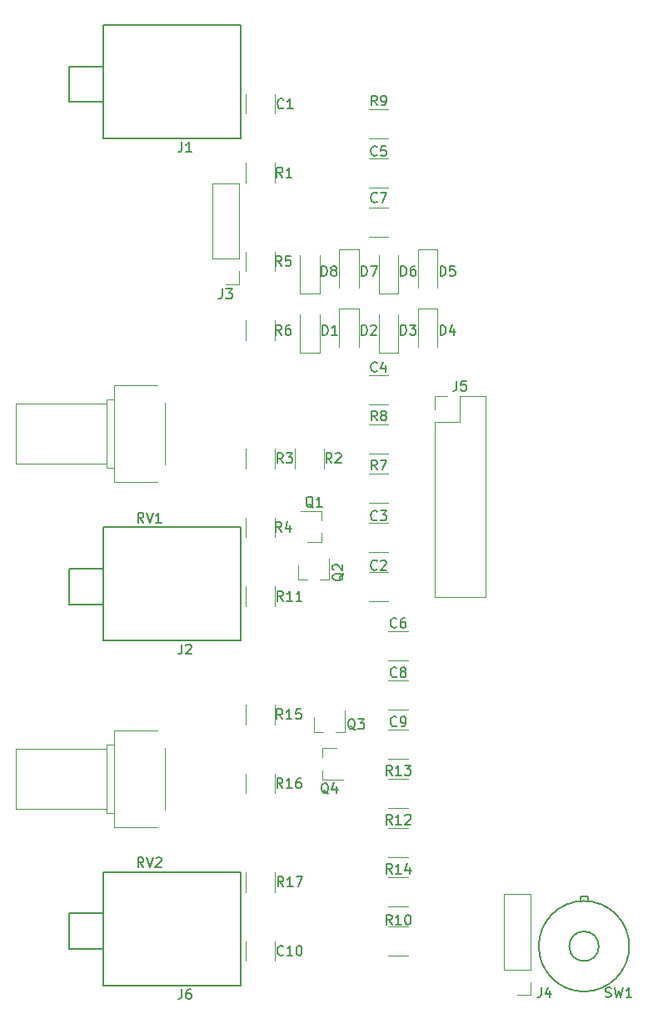
<source format=gbr>
G04 #@! TF.GenerationSoftware,KiCad,Pcbnew,9.0.0*
G04 #@! TF.CreationDate,2025-02-23T15:53:39-07:00*
G04 #@! TF.ProjectId,VCF,5643462e-6b69-4636-9164-5f7063625858,rev?*
G04 #@! TF.SameCoordinates,Original*
G04 #@! TF.FileFunction,Legend,Top*
G04 #@! TF.FilePolarity,Positive*
%FSLAX46Y46*%
G04 Gerber Fmt 4.6, Leading zero omitted, Abs format (unit mm)*
G04 Created by KiCad (PCBNEW 9.0.0) date 2025-02-23 15:53:39*
%MOMM*%
%LPD*%
G01*
G04 APERTURE LIST*
%ADD10C,0.150000*%
%ADD11C,0.120000*%
G04 APERTURE END LIST*
D10*
X18319993Y-9379900D02*
X18272374Y-9427520D01*
X18272374Y-9427520D02*
X18129517Y-9475139D01*
X18129517Y-9475139D02*
X18034279Y-9475139D01*
X18034279Y-9475139D02*
X17891422Y-9427520D01*
X17891422Y-9427520D02*
X17796184Y-9332281D01*
X17796184Y-9332281D02*
X17748565Y-9237043D01*
X17748565Y-9237043D02*
X17700946Y-9046567D01*
X17700946Y-9046567D02*
X17700946Y-8903710D01*
X17700946Y-8903710D02*
X17748565Y-8713234D01*
X17748565Y-8713234D02*
X17796184Y-8617996D01*
X17796184Y-8617996D02*
X17891422Y-8522758D01*
X17891422Y-8522758D02*
X18034279Y-8475139D01*
X18034279Y-8475139D02*
X18129517Y-8475139D01*
X18129517Y-8475139D02*
X18272374Y-8522758D01*
X18272374Y-8522758D02*
X18319993Y-8570377D01*
X19272374Y-9475139D02*
X18700946Y-9475139D01*
X18986660Y-9475139D02*
X18986660Y-8475139D01*
X18986660Y-8475139D02*
X18891422Y-8617996D01*
X18891422Y-8617996D02*
X18796184Y-8713234D01*
X18796184Y-8713234D02*
X18700946Y-8760853D01*
X27830793Y-56223440D02*
X27783174Y-56271060D01*
X27783174Y-56271060D02*
X27640317Y-56318679D01*
X27640317Y-56318679D02*
X27545079Y-56318679D01*
X27545079Y-56318679D02*
X27402222Y-56271060D01*
X27402222Y-56271060D02*
X27306984Y-56175821D01*
X27306984Y-56175821D02*
X27259365Y-56080583D01*
X27259365Y-56080583D02*
X27211746Y-55890107D01*
X27211746Y-55890107D02*
X27211746Y-55747250D01*
X27211746Y-55747250D02*
X27259365Y-55556774D01*
X27259365Y-55556774D02*
X27306984Y-55461536D01*
X27306984Y-55461536D02*
X27402222Y-55366298D01*
X27402222Y-55366298D02*
X27545079Y-55318679D01*
X27545079Y-55318679D02*
X27640317Y-55318679D01*
X27640317Y-55318679D02*
X27783174Y-55366298D01*
X27783174Y-55366298D02*
X27830793Y-55413917D01*
X28211746Y-55413917D02*
X28259365Y-55366298D01*
X28259365Y-55366298D02*
X28354603Y-55318679D01*
X28354603Y-55318679D02*
X28592698Y-55318679D01*
X28592698Y-55318679D02*
X28687936Y-55366298D01*
X28687936Y-55366298D02*
X28735555Y-55413917D01*
X28735555Y-55413917D02*
X28783174Y-55509155D01*
X28783174Y-55509155D02*
X28783174Y-55604393D01*
X28783174Y-55604393D02*
X28735555Y-55747250D01*
X28735555Y-55747250D02*
X28164127Y-56318679D01*
X28164127Y-56318679D02*
X28783174Y-56318679D01*
X27835873Y-51208200D02*
X27788254Y-51255820D01*
X27788254Y-51255820D02*
X27645397Y-51303439D01*
X27645397Y-51303439D02*
X27550159Y-51303439D01*
X27550159Y-51303439D02*
X27407302Y-51255820D01*
X27407302Y-51255820D02*
X27312064Y-51160581D01*
X27312064Y-51160581D02*
X27264445Y-51065343D01*
X27264445Y-51065343D02*
X27216826Y-50874867D01*
X27216826Y-50874867D02*
X27216826Y-50732010D01*
X27216826Y-50732010D02*
X27264445Y-50541534D01*
X27264445Y-50541534D02*
X27312064Y-50446296D01*
X27312064Y-50446296D02*
X27407302Y-50351058D01*
X27407302Y-50351058D02*
X27550159Y-50303439D01*
X27550159Y-50303439D02*
X27645397Y-50303439D01*
X27645397Y-50303439D02*
X27788254Y-50351058D01*
X27788254Y-50351058D02*
X27835873Y-50398677D01*
X28169207Y-50303439D02*
X28788254Y-50303439D01*
X28788254Y-50303439D02*
X28454921Y-50684391D01*
X28454921Y-50684391D02*
X28597778Y-50684391D01*
X28597778Y-50684391D02*
X28693016Y-50732010D01*
X28693016Y-50732010D02*
X28740635Y-50779629D01*
X28740635Y-50779629D02*
X28788254Y-50874867D01*
X28788254Y-50874867D02*
X28788254Y-51112962D01*
X28788254Y-51112962D02*
X28740635Y-51208200D01*
X28740635Y-51208200D02*
X28693016Y-51255820D01*
X28693016Y-51255820D02*
X28597778Y-51303439D01*
X28597778Y-51303439D02*
X28312064Y-51303439D01*
X28312064Y-51303439D02*
X28216826Y-51255820D01*
X28216826Y-51255820D02*
X28169207Y-51208200D01*
X27833333Y-36109580D02*
X27785714Y-36157200D01*
X27785714Y-36157200D02*
X27642857Y-36204819D01*
X27642857Y-36204819D02*
X27547619Y-36204819D01*
X27547619Y-36204819D02*
X27404762Y-36157200D01*
X27404762Y-36157200D02*
X27309524Y-36061961D01*
X27309524Y-36061961D02*
X27261905Y-35966723D01*
X27261905Y-35966723D02*
X27214286Y-35776247D01*
X27214286Y-35776247D02*
X27214286Y-35633390D01*
X27214286Y-35633390D02*
X27261905Y-35442914D01*
X27261905Y-35442914D02*
X27309524Y-35347676D01*
X27309524Y-35347676D02*
X27404762Y-35252438D01*
X27404762Y-35252438D02*
X27547619Y-35204819D01*
X27547619Y-35204819D02*
X27642857Y-35204819D01*
X27642857Y-35204819D02*
X27785714Y-35252438D01*
X27785714Y-35252438D02*
X27833333Y-35300057D01*
X28690476Y-35538152D02*
X28690476Y-36204819D01*
X28452381Y-35157200D02*
X28214286Y-35871485D01*
X28214286Y-35871485D02*
X28833333Y-35871485D01*
X27830793Y-14175180D02*
X27783174Y-14222800D01*
X27783174Y-14222800D02*
X27640317Y-14270419D01*
X27640317Y-14270419D02*
X27545079Y-14270419D01*
X27545079Y-14270419D02*
X27402222Y-14222800D01*
X27402222Y-14222800D02*
X27306984Y-14127561D01*
X27306984Y-14127561D02*
X27259365Y-14032323D01*
X27259365Y-14032323D02*
X27211746Y-13841847D01*
X27211746Y-13841847D02*
X27211746Y-13698990D01*
X27211746Y-13698990D02*
X27259365Y-13508514D01*
X27259365Y-13508514D02*
X27306984Y-13413276D01*
X27306984Y-13413276D02*
X27402222Y-13318038D01*
X27402222Y-13318038D02*
X27545079Y-13270419D01*
X27545079Y-13270419D02*
X27640317Y-13270419D01*
X27640317Y-13270419D02*
X27783174Y-13318038D01*
X27783174Y-13318038D02*
X27830793Y-13365657D01*
X28735555Y-13270419D02*
X28259365Y-13270419D01*
X28259365Y-13270419D02*
X28211746Y-13746609D01*
X28211746Y-13746609D02*
X28259365Y-13698990D01*
X28259365Y-13698990D02*
X28354603Y-13651371D01*
X28354603Y-13651371D02*
X28592698Y-13651371D01*
X28592698Y-13651371D02*
X28687936Y-13698990D01*
X28687936Y-13698990D02*
X28735555Y-13746609D01*
X28735555Y-13746609D02*
X28783174Y-13841847D01*
X28783174Y-13841847D02*
X28783174Y-14079942D01*
X28783174Y-14079942D02*
X28735555Y-14175180D01*
X28735555Y-14175180D02*
X28687936Y-14222800D01*
X28687936Y-14222800D02*
X28592698Y-14270419D01*
X28592698Y-14270419D02*
X28354603Y-14270419D01*
X28354603Y-14270419D02*
X28259365Y-14222800D01*
X28259365Y-14222800D02*
X28211746Y-14175180D01*
X29833333Y-62109580D02*
X29785714Y-62157200D01*
X29785714Y-62157200D02*
X29642857Y-62204819D01*
X29642857Y-62204819D02*
X29547619Y-62204819D01*
X29547619Y-62204819D02*
X29404762Y-62157200D01*
X29404762Y-62157200D02*
X29309524Y-62061961D01*
X29309524Y-62061961D02*
X29261905Y-61966723D01*
X29261905Y-61966723D02*
X29214286Y-61776247D01*
X29214286Y-61776247D02*
X29214286Y-61633390D01*
X29214286Y-61633390D02*
X29261905Y-61442914D01*
X29261905Y-61442914D02*
X29309524Y-61347676D01*
X29309524Y-61347676D02*
X29404762Y-61252438D01*
X29404762Y-61252438D02*
X29547619Y-61204819D01*
X29547619Y-61204819D02*
X29642857Y-61204819D01*
X29642857Y-61204819D02*
X29785714Y-61252438D01*
X29785714Y-61252438D02*
X29833333Y-61300057D01*
X30690476Y-61204819D02*
X30500000Y-61204819D01*
X30500000Y-61204819D02*
X30404762Y-61252438D01*
X30404762Y-61252438D02*
X30357143Y-61300057D01*
X30357143Y-61300057D02*
X30261905Y-61442914D01*
X30261905Y-61442914D02*
X30214286Y-61633390D01*
X30214286Y-61633390D02*
X30214286Y-62014342D01*
X30214286Y-62014342D02*
X30261905Y-62109580D01*
X30261905Y-62109580D02*
X30309524Y-62157200D01*
X30309524Y-62157200D02*
X30404762Y-62204819D01*
X30404762Y-62204819D02*
X30595238Y-62204819D01*
X30595238Y-62204819D02*
X30690476Y-62157200D01*
X30690476Y-62157200D02*
X30738095Y-62109580D01*
X30738095Y-62109580D02*
X30785714Y-62014342D01*
X30785714Y-62014342D02*
X30785714Y-61776247D01*
X30785714Y-61776247D02*
X30738095Y-61681009D01*
X30738095Y-61681009D02*
X30690476Y-61633390D01*
X30690476Y-61633390D02*
X30595238Y-61585771D01*
X30595238Y-61585771D02*
X30404762Y-61585771D01*
X30404762Y-61585771D02*
X30309524Y-61633390D01*
X30309524Y-61633390D02*
X30261905Y-61681009D01*
X30261905Y-61681009D02*
X30214286Y-61776247D01*
X29833333Y-67109580D02*
X29785714Y-67157200D01*
X29785714Y-67157200D02*
X29642857Y-67204819D01*
X29642857Y-67204819D02*
X29547619Y-67204819D01*
X29547619Y-67204819D02*
X29404762Y-67157200D01*
X29404762Y-67157200D02*
X29309524Y-67061961D01*
X29309524Y-67061961D02*
X29261905Y-66966723D01*
X29261905Y-66966723D02*
X29214286Y-66776247D01*
X29214286Y-66776247D02*
X29214286Y-66633390D01*
X29214286Y-66633390D02*
X29261905Y-66442914D01*
X29261905Y-66442914D02*
X29309524Y-66347676D01*
X29309524Y-66347676D02*
X29404762Y-66252438D01*
X29404762Y-66252438D02*
X29547619Y-66204819D01*
X29547619Y-66204819D02*
X29642857Y-66204819D01*
X29642857Y-66204819D02*
X29785714Y-66252438D01*
X29785714Y-66252438D02*
X29833333Y-66300057D01*
X30404762Y-66633390D02*
X30309524Y-66585771D01*
X30309524Y-66585771D02*
X30261905Y-66538152D01*
X30261905Y-66538152D02*
X30214286Y-66442914D01*
X30214286Y-66442914D02*
X30214286Y-66395295D01*
X30214286Y-66395295D02*
X30261905Y-66300057D01*
X30261905Y-66300057D02*
X30309524Y-66252438D01*
X30309524Y-66252438D02*
X30404762Y-66204819D01*
X30404762Y-66204819D02*
X30595238Y-66204819D01*
X30595238Y-66204819D02*
X30690476Y-66252438D01*
X30690476Y-66252438D02*
X30738095Y-66300057D01*
X30738095Y-66300057D02*
X30785714Y-66395295D01*
X30785714Y-66395295D02*
X30785714Y-66442914D01*
X30785714Y-66442914D02*
X30738095Y-66538152D01*
X30738095Y-66538152D02*
X30690476Y-66585771D01*
X30690476Y-66585771D02*
X30595238Y-66633390D01*
X30595238Y-66633390D02*
X30404762Y-66633390D01*
X30404762Y-66633390D02*
X30309524Y-66681009D01*
X30309524Y-66681009D02*
X30261905Y-66728628D01*
X30261905Y-66728628D02*
X30214286Y-66823866D01*
X30214286Y-66823866D02*
X30214286Y-67014342D01*
X30214286Y-67014342D02*
X30261905Y-67109580D01*
X30261905Y-67109580D02*
X30309524Y-67157200D01*
X30309524Y-67157200D02*
X30404762Y-67204819D01*
X30404762Y-67204819D02*
X30595238Y-67204819D01*
X30595238Y-67204819D02*
X30690476Y-67157200D01*
X30690476Y-67157200D02*
X30738095Y-67109580D01*
X30738095Y-67109580D02*
X30785714Y-67014342D01*
X30785714Y-67014342D02*
X30785714Y-66823866D01*
X30785714Y-66823866D02*
X30738095Y-66728628D01*
X30738095Y-66728628D02*
X30690476Y-66681009D01*
X30690476Y-66681009D02*
X30595238Y-66633390D01*
X29833333Y-72109580D02*
X29785714Y-72157200D01*
X29785714Y-72157200D02*
X29642857Y-72204819D01*
X29642857Y-72204819D02*
X29547619Y-72204819D01*
X29547619Y-72204819D02*
X29404762Y-72157200D01*
X29404762Y-72157200D02*
X29309524Y-72061961D01*
X29309524Y-72061961D02*
X29261905Y-71966723D01*
X29261905Y-71966723D02*
X29214286Y-71776247D01*
X29214286Y-71776247D02*
X29214286Y-71633390D01*
X29214286Y-71633390D02*
X29261905Y-71442914D01*
X29261905Y-71442914D02*
X29309524Y-71347676D01*
X29309524Y-71347676D02*
X29404762Y-71252438D01*
X29404762Y-71252438D02*
X29547619Y-71204819D01*
X29547619Y-71204819D02*
X29642857Y-71204819D01*
X29642857Y-71204819D02*
X29785714Y-71252438D01*
X29785714Y-71252438D02*
X29833333Y-71300057D01*
X30309524Y-72204819D02*
X30500000Y-72204819D01*
X30500000Y-72204819D02*
X30595238Y-72157200D01*
X30595238Y-72157200D02*
X30642857Y-72109580D01*
X30642857Y-72109580D02*
X30738095Y-71966723D01*
X30738095Y-71966723D02*
X30785714Y-71776247D01*
X30785714Y-71776247D02*
X30785714Y-71395295D01*
X30785714Y-71395295D02*
X30738095Y-71300057D01*
X30738095Y-71300057D02*
X30690476Y-71252438D01*
X30690476Y-71252438D02*
X30595238Y-71204819D01*
X30595238Y-71204819D02*
X30404762Y-71204819D01*
X30404762Y-71204819D02*
X30309524Y-71252438D01*
X30309524Y-71252438D02*
X30261905Y-71300057D01*
X30261905Y-71300057D02*
X30214286Y-71395295D01*
X30214286Y-71395295D02*
X30214286Y-71633390D01*
X30214286Y-71633390D02*
X30261905Y-71728628D01*
X30261905Y-71728628D02*
X30309524Y-71776247D01*
X30309524Y-71776247D02*
X30404762Y-71823866D01*
X30404762Y-71823866D02*
X30595238Y-71823866D01*
X30595238Y-71823866D02*
X30690476Y-71776247D01*
X30690476Y-71776247D02*
X30738095Y-71728628D01*
X30738095Y-71728628D02*
X30785714Y-71633390D01*
X18298462Y-95367200D02*
X18250843Y-95414820D01*
X18250843Y-95414820D02*
X18107986Y-95462439D01*
X18107986Y-95462439D02*
X18012748Y-95462439D01*
X18012748Y-95462439D02*
X17869891Y-95414820D01*
X17869891Y-95414820D02*
X17774653Y-95319581D01*
X17774653Y-95319581D02*
X17727034Y-95224343D01*
X17727034Y-95224343D02*
X17679415Y-95033867D01*
X17679415Y-95033867D02*
X17679415Y-94891010D01*
X17679415Y-94891010D02*
X17727034Y-94700534D01*
X17727034Y-94700534D02*
X17774653Y-94605296D01*
X17774653Y-94605296D02*
X17869891Y-94510058D01*
X17869891Y-94510058D02*
X18012748Y-94462439D01*
X18012748Y-94462439D02*
X18107986Y-94462439D01*
X18107986Y-94462439D02*
X18250843Y-94510058D01*
X18250843Y-94510058D02*
X18298462Y-94557677D01*
X19250843Y-95462439D02*
X18679415Y-95462439D01*
X18965129Y-95462439D02*
X18965129Y-94462439D01*
X18965129Y-94462439D02*
X18869891Y-94605296D01*
X18869891Y-94605296D02*
X18774653Y-94700534D01*
X18774653Y-94700534D02*
X18679415Y-94748153D01*
X19869891Y-94462439D02*
X19965129Y-94462439D01*
X19965129Y-94462439D02*
X20060367Y-94510058D01*
X20060367Y-94510058D02*
X20107986Y-94557677D01*
X20107986Y-94557677D02*
X20155605Y-94652915D01*
X20155605Y-94652915D02*
X20203224Y-94843391D01*
X20203224Y-94843391D02*
X20203224Y-95081486D01*
X20203224Y-95081486D02*
X20155605Y-95271962D01*
X20155605Y-95271962D02*
X20107986Y-95367200D01*
X20107986Y-95367200D02*
X20060367Y-95414820D01*
X20060367Y-95414820D02*
X19965129Y-95462439D01*
X19965129Y-95462439D02*
X19869891Y-95462439D01*
X19869891Y-95462439D02*
X19774653Y-95414820D01*
X19774653Y-95414820D02*
X19727034Y-95367200D01*
X19727034Y-95367200D02*
X19679415Y-95271962D01*
X19679415Y-95271962D02*
X19631796Y-95081486D01*
X19631796Y-95081486D02*
X19631796Y-94843391D01*
X19631796Y-94843391D02*
X19679415Y-94652915D01*
X19679415Y-94652915D02*
X19727034Y-94557677D01*
X19727034Y-94557677D02*
X19774653Y-94510058D01*
X19774653Y-94510058D02*
X19869891Y-94462439D01*
X22268505Y-32459899D02*
X22268505Y-31459899D01*
X22268505Y-31459899D02*
X22506600Y-31459899D01*
X22506600Y-31459899D02*
X22649457Y-31507518D01*
X22649457Y-31507518D02*
X22744695Y-31602756D01*
X22744695Y-31602756D02*
X22792314Y-31697994D01*
X22792314Y-31697994D02*
X22839933Y-31888470D01*
X22839933Y-31888470D02*
X22839933Y-32031327D01*
X22839933Y-32031327D02*
X22792314Y-32221803D01*
X22792314Y-32221803D02*
X22744695Y-32317041D01*
X22744695Y-32317041D02*
X22649457Y-32412280D01*
X22649457Y-32412280D02*
X22506600Y-32459899D01*
X22506600Y-32459899D02*
X22268505Y-32459899D01*
X23792314Y-32459899D02*
X23220886Y-32459899D01*
X23506600Y-32459899D02*
X23506600Y-31459899D01*
X23506600Y-31459899D02*
X23411362Y-31602756D01*
X23411362Y-31602756D02*
X23316124Y-31697994D01*
X23316124Y-31697994D02*
X23220886Y-31745613D01*
X26261905Y-32454819D02*
X26261905Y-31454819D01*
X26261905Y-31454819D02*
X26500000Y-31454819D01*
X26500000Y-31454819D02*
X26642857Y-31502438D01*
X26642857Y-31502438D02*
X26738095Y-31597676D01*
X26738095Y-31597676D02*
X26785714Y-31692914D01*
X26785714Y-31692914D02*
X26833333Y-31883390D01*
X26833333Y-31883390D02*
X26833333Y-32026247D01*
X26833333Y-32026247D02*
X26785714Y-32216723D01*
X26785714Y-32216723D02*
X26738095Y-32311961D01*
X26738095Y-32311961D02*
X26642857Y-32407200D01*
X26642857Y-32407200D02*
X26500000Y-32454819D01*
X26500000Y-32454819D02*
X26261905Y-32454819D01*
X27214286Y-31550057D02*
X27261905Y-31502438D01*
X27261905Y-31502438D02*
X27357143Y-31454819D01*
X27357143Y-31454819D02*
X27595238Y-31454819D01*
X27595238Y-31454819D02*
X27690476Y-31502438D01*
X27690476Y-31502438D02*
X27738095Y-31550057D01*
X27738095Y-31550057D02*
X27785714Y-31645295D01*
X27785714Y-31645295D02*
X27785714Y-31740533D01*
X27785714Y-31740533D02*
X27738095Y-31883390D01*
X27738095Y-31883390D02*
X27166667Y-32454819D01*
X27166667Y-32454819D02*
X27785714Y-32454819D01*
X30258345Y-32452279D02*
X30258345Y-31452279D01*
X30258345Y-31452279D02*
X30496440Y-31452279D01*
X30496440Y-31452279D02*
X30639297Y-31499898D01*
X30639297Y-31499898D02*
X30734535Y-31595136D01*
X30734535Y-31595136D02*
X30782154Y-31690374D01*
X30782154Y-31690374D02*
X30829773Y-31880850D01*
X30829773Y-31880850D02*
X30829773Y-32023707D01*
X30829773Y-32023707D02*
X30782154Y-32214183D01*
X30782154Y-32214183D02*
X30734535Y-32309421D01*
X30734535Y-32309421D02*
X30639297Y-32404660D01*
X30639297Y-32404660D02*
X30496440Y-32452279D01*
X30496440Y-32452279D02*
X30258345Y-32452279D01*
X31163107Y-31452279D02*
X31782154Y-31452279D01*
X31782154Y-31452279D02*
X31448821Y-31833231D01*
X31448821Y-31833231D02*
X31591678Y-31833231D01*
X31591678Y-31833231D02*
X31686916Y-31880850D01*
X31686916Y-31880850D02*
X31734535Y-31928469D01*
X31734535Y-31928469D02*
X31782154Y-32023707D01*
X31782154Y-32023707D02*
X31782154Y-32261802D01*
X31782154Y-32261802D02*
X31734535Y-32357040D01*
X31734535Y-32357040D02*
X31686916Y-32404660D01*
X31686916Y-32404660D02*
X31591678Y-32452279D01*
X31591678Y-32452279D02*
X31305964Y-32452279D01*
X31305964Y-32452279D02*
X31210726Y-32404660D01*
X31210726Y-32404660D02*
X31163107Y-32357040D01*
X34261905Y-32454819D02*
X34261905Y-31454819D01*
X34261905Y-31454819D02*
X34500000Y-31454819D01*
X34500000Y-31454819D02*
X34642857Y-31502438D01*
X34642857Y-31502438D02*
X34738095Y-31597676D01*
X34738095Y-31597676D02*
X34785714Y-31692914D01*
X34785714Y-31692914D02*
X34833333Y-31883390D01*
X34833333Y-31883390D02*
X34833333Y-32026247D01*
X34833333Y-32026247D02*
X34785714Y-32216723D01*
X34785714Y-32216723D02*
X34738095Y-32311961D01*
X34738095Y-32311961D02*
X34642857Y-32407200D01*
X34642857Y-32407200D02*
X34500000Y-32454819D01*
X34500000Y-32454819D02*
X34261905Y-32454819D01*
X35690476Y-31788152D02*
X35690476Y-32454819D01*
X35452381Y-31407200D02*
X35214286Y-32121485D01*
X35214286Y-32121485D02*
X35833333Y-32121485D01*
X34261905Y-26454819D02*
X34261905Y-25454819D01*
X34261905Y-25454819D02*
X34500000Y-25454819D01*
X34500000Y-25454819D02*
X34642857Y-25502438D01*
X34642857Y-25502438D02*
X34738095Y-25597676D01*
X34738095Y-25597676D02*
X34785714Y-25692914D01*
X34785714Y-25692914D02*
X34833333Y-25883390D01*
X34833333Y-25883390D02*
X34833333Y-26026247D01*
X34833333Y-26026247D02*
X34785714Y-26216723D01*
X34785714Y-26216723D02*
X34738095Y-26311961D01*
X34738095Y-26311961D02*
X34642857Y-26407200D01*
X34642857Y-26407200D02*
X34500000Y-26454819D01*
X34500000Y-26454819D02*
X34261905Y-26454819D01*
X35738095Y-25454819D02*
X35261905Y-25454819D01*
X35261905Y-25454819D02*
X35214286Y-25931009D01*
X35214286Y-25931009D02*
X35261905Y-25883390D01*
X35261905Y-25883390D02*
X35357143Y-25835771D01*
X35357143Y-25835771D02*
X35595238Y-25835771D01*
X35595238Y-25835771D02*
X35690476Y-25883390D01*
X35690476Y-25883390D02*
X35738095Y-25931009D01*
X35738095Y-25931009D02*
X35785714Y-26026247D01*
X35785714Y-26026247D02*
X35785714Y-26264342D01*
X35785714Y-26264342D02*
X35738095Y-26359580D01*
X35738095Y-26359580D02*
X35690476Y-26407200D01*
X35690476Y-26407200D02*
X35595238Y-26454819D01*
X35595238Y-26454819D02*
X35357143Y-26454819D01*
X35357143Y-26454819D02*
X35261905Y-26407200D01*
X35261905Y-26407200D02*
X35214286Y-26359580D01*
X30263425Y-26457359D02*
X30263425Y-25457359D01*
X30263425Y-25457359D02*
X30501520Y-25457359D01*
X30501520Y-25457359D02*
X30644377Y-25504978D01*
X30644377Y-25504978D02*
X30739615Y-25600216D01*
X30739615Y-25600216D02*
X30787234Y-25695454D01*
X30787234Y-25695454D02*
X30834853Y-25885930D01*
X30834853Y-25885930D02*
X30834853Y-26028787D01*
X30834853Y-26028787D02*
X30787234Y-26219263D01*
X30787234Y-26219263D02*
X30739615Y-26314501D01*
X30739615Y-26314501D02*
X30644377Y-26409740D01*
X30644377Y-26409740D02*
X30501520Y-26457359D01*
X30501520Y-26457359D02*
X30263425Y-26457359D01*
X31691996Y-25457359D02*
X31501520Y-25457359D01*
X31501520Y-25457359D02*
X31406282Y-25504978D01*
X31406282Y-25504978D02*
X31358663Y-25552597D01*
X31358663Y-25552597D02*
X31263425Y-25695454D01*
X31263425Y-25695454D02*
X31215806Y-25885930D01*
X31215806Y-25885930D02*
X31215806Y-26266882D01*
X31215806Y-26266882D02*
X31263425Y-26362120D01*
X31263425Y-26362120D02*
X31311044Y-26409740D01*
X31311044Y-26409740D02*
X31406282Y-26457359D01*
X31406282Y-26457359D02*
X31596758Y-26457359D01*
X31596758Y-26457359D02*
X31691996Y-26409740D01*
X31691996Y-26409740D02*
X31739615Y-26362120D01*
X31739615Y-26362120D02*
X31787234Y-26266882D01*
X31787234Y-26266882D02*
X31787234Y-26028787D01*
X31787234Y-26028787D02*
X31739615Y-25933549D01*
X31739615Y-25933549D02*
X31691996Y-25885930D01*
X31691996Y-25885930D02*
X31596758Y-25838311D01*
X31596758Y-25838311D02*
X31406282Y-25838311D01*
X31406282Y-25838311D02*
X31311044Y-25885930D01*
X31311044Y-25885930D02*
X31263425Y-25933549D01*
X31263425Y-25933549D02*
X31215806Y-26028787D01*
X26261905Y-26454819D02*
X26261905Y-25454819D01*
X26261905Y-25454819D02*
X26500000Y-25454819D01*
X26500000Y-25454819D02*
X26642857Y-25502438D01*
X26642857Y-25502438D02*
X26738095Y-25597676D01*
X26738095Y-25597676D02*
X26785714Y-25692914D01*
X26785714Y-25692914D02*
X26833333Y-25883390D01*
X26833333Y-25883390D02*
X26833333Y-26026247D01*
X26833333Y-26026247D02*
X26785714Y-26216723D01*
X26785714Y-26216723D02*
X26738095Y-26311961D01*
X26738095Y-26311961D02*
X26642857Y-26407200D01*
X26642857Y-26407200D02*
X26500000Y-26454819D01*
X26500000Y-26454819D02*
X26261905Y-26454819D01*
X27166667Y-25454819D02*
X27833333Y-25454819D01*
X27833333Y-25454819D02*
X27404762Y-26454819D01*
X22202465Y-26454819D02*
X22202465Y-25454819D01*
X22202465Y-25454819D02*
X22440560Y-25454819D01*
X22440560Y-25454819D02*
X22583417Y-25502438D01*
X22583417Y-25502438D02*
X22678655Y-25597676D01*
X22678655Y-25597676D02*
X22726274Y-25692914D01*
X22726274Y-25692914D02*
X22773893Y-25883390D01*
X22773893Y-25883390D02*
X22773893Y-26026247D01*
X22773893Y-26026247D02*
X22726274Y-26216723D01*
X22726274Y-26216723D02*
X22678655Y-26311961D01*
X22678655Y-26311961D02*
X22583417Y-26407200D01*
X22583417Y-26407200D02*
X22440560Y-26454819D01*
X22440560Y-26454819D02*
X22202465Y-26454819D01*
X23345322Y-25883390D02*
X23250084Y-25835771D01*
X23250084Y-25835771D02*
X23202465Y-25788152D01*
X23202465Y-25788152D02*
X23154846Y-25692914D01*
X23154846Y-25692914D02*
X23154846Y-25645295D01*
X23154846Y-25645295D02*
X23202465Y-25550057D01*
X23202465Y-25550057D02*
X23250084Y-25502438D01*
X23250084Y-25502438D02*
X23345322Y-25454819D01*
X23345322Y-25454819D02*
X23535798Y-25454819D01*
X23535798Y-25454819D02*
X23631036Y-25502438D01*
X23631036Y-25502438D02*
X23678655Y-25550057D01*
X23678655Y-25550057D02*
X23726274Y-25645295D01*
X23726274Y-25645295D02*
X23726274Y-25692914D01*
X23726274Y-25692914D02*
X23678655Y-25788152D01*
X23678655Y-25788152D02*
X23631036Y-25835771D01*
X23631036Y-25835771D02*
X23535798Y-25883390D01*
X23535798Y-25883390D02*
X23345322Y-25883390D01*
X23345322Y-25883390D02*
X23250084Y-25931009D01*
X23250084Y-25931009D02*
X23202465Y-25978628D01*
X23202465Y-25978628D02*
X23154846Y-26073866D01*
X23154846Y-26073866D02*
X23154846Y-26264342D01*
X23154846Y-26264342D02*
X23202465Y-26359580D01*
X23202465Y-26359580D02*
X23250084Y-26407200D01*
X23250084Y-26407200D02*
X23345322Y-26454819D01*
X23345322Y-26454819D02*
X23535798Y-26454819D01*
X23535798Y-26454819D02*
X23631036Y-26407200D01*
X23631036Y-26407200D02*
X23678655Y-26359580D01*
X23678655Y-26359580D02*
X23726274Y-26264342D01*
X23726274Y-26264342D02*
X23726274Y-26073866D01*
X23726274Y-26073866D02*
X23678655Y-25978628D01*
X23678655Y-25978628D02*
X23631036Y-25931009D01*
X23631036Y-25931009D02*
X23535798Y-25883390D01*
X7985166Y-12868319D02*
X7985166Y-13582604D01*
X7985166Y-13582604D02*
X7937547Y-13725461D01*
X7937547Y-13725461D02*
X7842309Y-13820700D01*
X7842309Y-13820700D02*
X7699452Y-13868319D01*
X7699452Y-13868319D02*
X7604214Y-13868319D01*
X8985166Y-13868319D02*
X8413738Y-13868319D01*
X8699452Y-13868319D02*
X8699452Y-12868319D01*
X8699452Y-12868319D02*
X8604214Y-13011176D01*
X8604214Y-13011176D02*
X8508976Y-13106414D01*
X8508976Y-13106414D02*
X8413738Y-13154033D01*
X7985166Y-63868319D02*
X7985166Y-64582604D01*
X7985166Y-64582604D02*
X7937547Y-64725461D01*
X7937547Y-64725461D02*
X7842309Y-64820700D01*
X7842309Y-64820700D02*
X7699452Y-64868319D01*
X7699452Y-64868319D02*
X7604214Y-64868319D01*
X8413738Y-63963557D02*
X8461357Y-63915938D01*
X8461357Y-63915938D02*
X8556595Y-63868319D01*
X8556595Y-63868319D02*
X8794690Y-63868319D01*
X8794690Y-63868319D02*
X8889928Y-63915938D01*
X8889928Y-63915938D02*
X8937547Y-63963557D01*
X8937547Y-63963557D02*
X8985166Y-64058795D01*
X8985166Y-64058795D02*
X8985166Y-64154033D01*
X8985166Y-64154033D02*
X8937547Y-64296890D01*
X8937547Y-64296890D02*
X8366119Y-64868319D01*
X8366119Y-64868319D02*
X8985166Y-64868319D01*
X12106666Y-27784819D02*
X12106666Y-28499104D01*
X12106666Y-28499104D02*
X12059047Y-28641961D01*
X12059047Y-28641961D02*
X11963809Y-28737200D01*
X11963809Y-28737200D02*
X11820952Y-28784819D01*
X11820952Y-28784819D02*
X11725714Y-28784819D01*
X12487619Y-27784819D02*
X13106666Y-27784819D01*
X13106666Y-27784819D02*
X12773333Y-28165771D01*
X12773333Y-28165771D02*
X12916190Y-28165771D01*
X12916190Y-28165771D02*
X13011428Y-28213390D01*
X13011428Y-28213390D02*
X13059047Y-28261009D01*
X13059047Y-28261009D02*
X13106666Y-28356247D01*
X13106666Y-28356247D02*
X13106666Y-28594342D01*
X13106666Y-28594342D02*
X13059047Y-28689580D01*
X13059047Y-28689580D02*
X13011428Y-28737200D01*
X13011428Y-28737200D02*
X12916190Y-28784819D01*
X12916190Y-28784819D02*
X12630476Y-28784819D01*
X12630476Y-28784819D02*
X12535238Y-28737200D01*
X12535238Y-28737200D02*
X12487619Y-28689580D01*
X44517986Y-98718019D02*
X44517986Y-99432304D01*
X44517986Y-99432304D02*
X44470367Y-99575161D01*
X44470367Y-99575161D02*
X44375129Y-99670400D01*
X44375129Y-99670400D02*
X44232272Y-99718019D01*
X44232272Y-99718019D02*
X44137034Y-99718019D01*
X45422748Y-99051352D02*
X45422748Y-99718019D01*
X45184653Y-98670400D02*
X44946558Y-99384685D01*
X44946558Y-99384685D02*
X45565605Y-99384685D01*
X35936666Y-37124819D02*
X35936666Y-37839104D01*
X35936666Y-37839104D02*
X35889047Y-37981961D01*
X35889047Y-37981961D02*
X35793809Y-38077200D01*
X35793809Y-38077200D02*
X35650952Y-38124819D01*
X35650952Y-38124819D02*
X35555714Y-38124819D01*
X36889047Y-37124819D02*
X36412857Y-37124819D01*
X36412857Y-37124819D02*
X36365238Y-37601009D01*
X36365238Y-37601009D02*
X36412857Y-37553390D01*
X36412857Y-37553390D02*
X36508095Y-37505771D01*
X36508095Y-37505771D02*
X36746190Y-37505771D01*
X36746190Y-37505771D02*
X36841428Y-37553390D01*
X36841428Y-37553390D02*
X36889047Y-37601009D01*
X36889047Y-37601009D02*
X36936666Y-37696247D01*
X36936666Y-37696247D02*
X36936666Y-37934342D01*
X36936666Y-37934342D02*
X36889047Y-38029580D01*
X36889047Y-38029580D02*
X36841428Y-38077200D01*
X36841428Y-38077200D02*
X36746190Y-38124819D01*
X36746190Y-38124819D02*
X36508095Y-38124819D01*
X36508095Y-38124819D02*
X36412857Y-38077200D01*
X36412857Y-38077200D02*
X36365238Y-38029580D01*
X7985166Y-98868319D02*
X7985166Y-99582604D01*
X7985166Y-99582604D02*
X7937547Y-99725461D01*
X7937547Y-99725461D02*
X7842309Y-99820700D01*
X7842309Y-99820700D02*
X7699452Y-99868319D01*
X7699452Y-99868319D02*
X7604214Y-99868319D01*
X8889928Y-98868319D02*
X8699452Y-98868319D01*
X8699452Y-98868319D02*
X8604214Y-98915938D01*
X8604214Y-98915938D02*
X8556595Y-98963557D01*
X8556595Y-98963557D02*
X8461357Y-99106414D01*
X8461357Y-99106414D02*
X8413738Y-99296890D01*
X8413738Y-99296890D02*
X8413738Y-99677842D01*
X8413738Y-99677842D02*
X8461357Y-99773080D01*
X8461357Y-99773080D02*
X8508976Y-99820700D01*
X8508976Y-99820700D02*
X8604214Y-99868319D01*
X8604214Y-99868319D02*
X8794690Y-99868319D01*
X8794690Y-99868319D02*
X8889928Y-99820700D01*
X8889928Y-99820700D02*
X8937547Y-99773080D01*
X8937547Y-99773080D02*
X8985166Y-99677842D01*
X8985166Y-99677842D02*
X8985166Y-99439747D01*
X8985166Y-99439747D02*
X8937547Y-99344509D01*
X8937547Y-99344509D02*
X8889928Y-99296890D01*
X8889928Y-99296890D02*
X8794690Y-99249271D01*
X8794690Y-99249271D02*
X8604214Y-99249271D01*
X8604214Y-99249271D02*
X8508976Y-99296890D01*
X8508976Y-99296890D02*
X8461357Y-99344509D01*
X8461357Y-99344509D02*
X8413738Y-99439747D01*
X21344901Y-49985437D02*
X21249663Y-49937818D01*
X21249663Y-49937818D02*
X21154425Y-49842580D01*
X21154425Y-49842580D02*
X21011568Y-49699722D01*
X21011568Y-49699722D02*
X20916330Y-49652103D01*
X20916330Y-49652103D02*
X20821092Y-49652103D01*
X20868711Y-49890199D02*
X20773473Y-49842580D01*
X20773473Y-49842580D02*
X20678235Y-49747341D01*
X20678235Y-49747341D02*
X20630616Y-49556865D01*
X20630616Y-49556865D02*
X20630616Y-49223532D01*
X20630616Y-49223532D02*
X20678235Y-49033056D01*
X20678235Y-49033056D02*
X20773473Y-48937818D01*
X20773473Y-48937818D02*
X20868711Y-48890199D01*
X20868711Y-48890199D02*
X21059187Y-48890199D01*
X21059187Y-48890199D02*
X21154425Y-48937818D01*
X21154425Y-48937818D02*
X21249663Y-49033056D01*
X21249663Y-49033056D02*
X21297282Y-49223532D01*
X21297282Y-49223532D02*
X21297282Y-49556865D01*
X21297282Y-49556865D02*
X21249663Y-49747341D01*
X21249663Y-49747341D02*
X21154425Y-49842580D01*
X21154425Y-49842580D02*
X21059187Y-49890199D01*
X21059187Y-49890199D02*
X20868711Y-49890199D01*
X22249663Y-49890199D02*
X21678235Y-49890199D01*
X21963949Y-49890199D02*
X21963949Y-48890199D01*
X21963949Y-48890199D02*
X21868711Y-49033056D01*
X21868711Y-49033056D02*
X21773473Y-49128294D01*
X21773473Y-49128294D02*
X21678235Y-49175913D01*
X24426697Y-56648338D02*
X24379078Y-56743576D01*
X24379078Y-56743576D02*
X24283840Y-56838814D01*
X24283840Y-56838814D02*
X24140982Y-56981671D01*
X24140982Y-56981671D02*
X24093363Y-57076909D01*
X24093363Y-57076909D02*
X24093363Y-57172147D01*
X24331459Y-57124528D02*
X24283840Y-57219766D01*
X24283840Y-57219766D02*
X24188601Y-57315004D01*
X24188601Y-57315004D02*
X23998125Y-57362623D01*
X23998125Y-57362623D02*
X23664792Y-57362623D01*
X23664792Y-57362623D02*
X23474316Y-57315004D01*
X23474316Y-57315004D02*
X23379078Y-57219766D01*
X23379078Y-57219766D02*
X23331459Y-57124528D01*
X23331459Y-57124528D02*
X23331459Y-56934052D01*
X23331459Y-56934052D02*
X23379078Y-56838814D01*
X23379078Y-56838814D02*
X23474316Y-56743576D01*
X23474316Y-56743576D02*
X23664792Y-56695957D01*
X23664792Y-56695957D02*
X23998125Y-56695957D01*
X23998125Y-56695957D02*
X24188601Y-56743576D01*
X24188601Y-56743576D02*
X24283840Y-56838814D01*
X24283840Y-56838814D02*
X24331459Y-56934052D01*
X24331459Y-56934052D02*
X24331459Y-57124528D01*
X23426697Y-56315004D02*
X23379078Y-56267385D01*
X23379078Y-56267385D02*
X23331459Y-56172147D01*
X23331459Y-56172147D02*
X23331459Y-55934052D01*
X23331459Y-55934052D02*
X23379078Y-55838814D01*
X23379078Y-55838814D02*
X23426697Y-55791195D01*
X23426697Y-55791195D02*
X23521935Y-55743576D01*
X23521935Y-55743576D02*
X23617173Y-55743576D01*
X23617173Y-55743576D02*
X23760030Y-55791195D01*
X23760030Y-55791195D02*
X24331459Y-56362623D01*
X24331459Y-56362623D02*
X24331459Y-55743576D01*
X25624801Y-72548897D02*
X25529563Y-72501278D01*
X25529563Y-72501278D02*
X25434325Y-72406040D01*
X25434325Y-72406040D02*
X25291468Y-72263182D01*
X25291468Y-72263182D02*
X25196230Y-72215563D01*
X25196230Y-72215563D02*
X25100992Y-72215563D01*
X25148611Y-72453659D02*
X25053373Y-72406040D01*
X25053373Y-72406040D02*
X24958135Y-72310801D01*
X24958135Y-72310801D02*
X24910516Y-72120325D01*
X24910516Y-72120325D02*
X24910516Y-71786992D01*
X24910516Y-71786992D02*
X24958135Y-71596516D01*
X24958135Y-71596516D02*
X25053373Y-71501278D01*
X25053373Y-71501278D02*
X25148611Y-71453659D01*
X25148611Y-71453659D02*
X25339087Y-71453659D01*
X25339087Y-71453659D02*
X25434325Y-71501278D01*
X25434325Y-71501278D02*
X25529563Y-71596516D01*
X25529563Y-71596516D02*
X25577182Y-71786992D01*
X25577182Y-71786992D02*
X25577182Y-72120325D01*
X25577182Y-72120325D02*
X25529563Y-72310801D01*
X25529563Y-72310801D02*
X25434325Y-72406040D01*
X25434325Y-72406040D02*
X25339087Y-72453659D01*
X25339087Y-72453659D02*
X25148611Y-72453659D01*
X25910516Y-71453659D02*
X26529563Y-71453659D01*
X26529563Y-71453659D02*
X26196230Y-71834611D01*
X26196230Y-71834611D02*
X26339087Y-71834611D01*
X26339087Y-71834611D02*
X26434325Y-71882230D01*
X26434325Y-71882230D02*
X26481944Y-71929849D01*
X26481944Y-71929849D02*
X26529563Y-72025087D01*
X26529563Y-72025087D02*
X26529563Y-72263182D01*
X26529563Y-72263182D02*
X26481944Y-72358420D01*
X26481944Y-72358420D02*
X26434325Y-72406040D01*
X26434325Y-72406040D02*
X26339087Y-72453659D01*
X26339087Y-72453659D02*
X26053373Y-72453659D01*
X26053373Y-72453659D02*
X25958135Y-72406040D01*
X25958135Y-72406040D02*
X25910516Y-72358420D01*
X22904761Y-79050057D02*
X22809523Y-79002438D01*
X22809523Y-79002438D02*
X22714285Y-78907200D01*
X22714285Y-78907200D02*
X22571428Y-78764342D01*
X22571428Y-78764342D02*
X22476190Y-78716723D01*
X22476190Y-78716723D02*
X22380952Y-78716723D01*
X22428571Y-78954819D02*
X22333333Y-78907200D01*
X22333333Y-78907200D02*
X22238095Y-78811961D01*
X22238095Y-78811961D02*
X22190476Y-78621485D01*
X22190476Y-78621485D02*
X22190476Y-78288152D01*
X22190476Y-78288152D02*
X22238095Y-78097676D01*
X22238095Y-78097676D02*
X22333333Y-78002438D01*
X22333333Y-78002438D02*
X22428571Y-77954819D01*
X22428571Y-77954819D02*
X22619047Y-77954819D01*
X22619047Y-77954819D02*
X22714285Y-78002438D01*
X22714285Y-78002438D02*
X22809523Y-78097676D01*
X22809523Y-78097676D02*
X22857142Y-78288152D01*
X22857142Y-78288152D02*
X22857142Y-78621485D01*
X22857142Y-78621485D02*
X22809523Y-78811961D01*
X22809523Y-78811961D02*
X22714285Y-78907200D01*
X22714285Y-78907200D02*
X22619047Y-78954819D01*
X22619047Y-78954819D02*
X22428571Y-78954819D01*
X23714285Y-78288152D02*
X23714285Y-78954819D01*
X23476190Y-77907200D02*
X23238095Y-78621485D01*
X23238095Y-78621485D02*
X23857142Y-78621485D01*
X23233633Y-45452279D02*
X22900300Y-44976088D01*
X22662205Y-45452279D02*
X22662205Y-44452279D01*
X22662205Y-44452279D02*
X23043157Y-44452279D01*
X23043157Y-44452279D02*
X23138395Y-44499898D01*
X23138395Y-44499898D02*
X23186014Y-44547517D01*
X23186014Y-44547517D02*
X23233633Y-44642755D01*
X23233633Y-44642755D02*
X23233633Y-44785612D01*
X23233633Y-44785612D02*
X23186014Y-44880850D01*
X23186014Y-44880850D02*
X23138395Y-44928469D01*
X23138395Y-44928469D02*
X23043157Y-44976088D01*
X23043157Y-44976088D02*
X22662205Y-44976088D01*
X23614586Y-44547517D02*
X23662205Y-44499898D01*
X23662205Y-44499898D02*
X23757443Y-44452279D01*
X23757443Y-44452279D02*
X23995538Y-44452279D01*
X23995538Y-44452279D02*
X24090776Y-44499898D01*
X24090776Y-44499898D02*
X24138395Y-44547517D01*
X24138395Y-44547517D02*
X24186014Y-44642755D01*
X24186014Y-44642755D02*
X24186014Y-44737993D01*
X24186014Y-44737993D02*
X24138395Y-44880850D01*
X24138395Y-44880850D02*
X23566967Y-45452279D01*
X23566967Y-45452279D02*
X24186014Y-45452279D01*
X18274273Y-45457359D02*
X17940940Y-44981168D01*
X17702845Y-45457359D02*
X17702845Y-44457359D01*
X17702845Y-44457359D02*
X18083797Y-44457359D01*
X18083797Y-44457359D02*
X18179035Y-44504978D01*
X18179035Y-44504978D02*
X18226654Y-44552597D01*
X18226654Y-44552597D02*
X18274273Y-44647835D01*
X18274273Y-44647835D02*
X18274273Y-44790692D01*
X18274273Y-44790692D02*
X18226654Y-44885930D01*
X18226654Y-44885930D02*
X18179035Y-44933549D01*
X18179035Y-44933549D02*
X18083797Y-44981168D01*
X18083797Y-44981168D02*
X17702845Y-44981168D01*
X18607607Y-44457359D02*
X19226654Y-44457359D01*
X19226654Y-44457359D02*
X18893321Y-44838311D01*
X18893321Y-44838311D02*
X19036178Y-44838311D01*
X19036178Y-44838311D02*
X19131416Y-44885930D01*
X19131416Y-44885930D02*
X19179035Y-44933549D01*
X19179035Y-44933549D02*
X19226654Y-45028787D01*
X19226654Y-45028787D02*
X19226654Y-45266882D01*
X19226654Y-45266882D02*
X19179035Y-45362120D01*
X19179035Y-45362120D02*
X19131416Y-45409740D01*
X19131416Y-45409740D02*
X19036178Y-45457359D01*
X19036178Y-45457359D02*
X18750464Y-45457359D01*
X18750464Y-45457359D02*
X18655226Y-45409740D01*
X18655226Y-45409740D02*
X18607607Y-45362120D01*
X18133333Y-52454819D02*
X17800000Y-51978628D01*
X17561905Y-52454819D02*
X17561905Y-51454819D01*
X17561905Y-51454819D02*
X17942857Y-51454819D01*
X17942857Y-51454819D02*
X18038095Y-51502438D01*
X18038095Y-51502438D02*
X18085714Y-51550057D01*
X18085714Y-51550057D02*
X18133333Y-51645295D01*
X18133333Y-51645295D02*
X18133333Y-51788152D01*
X18133333Y-51788152D02*
X18085714Y-51883390D01*
X18085714Y-51883390D02*
X18038095Y-51931009D01*
X18038095Y-51931009D02*
X17942857Y-51978628D01*
X17942857Y-51978628D02*
X17561905Y-51978628D01*
X18990476Y-51788152D02*
X18990476Y-52454819D01*
X18752381Y-51407200D02*
X18514286Y-52121485D01*
X18514286Y-52121485D02*
X19133333Y-52121485D01*
X18133333Y-25454819D02*
X17800000Y-24978628D01*
X17561905Y-25454819D02*
X17561905Y-24454819D01*
X17561905Y-24454819D02*
X17942857Y-24454819D01*
X17942857Y-24454819D02*
X18038095Y-24502438D01*
X18038095Y-24502438D02*
X18085714Y-24550057D01*
X18085714Y-24550057D02*
X18133333Y-24645295D01*
X18133333Y-24645295D02*
X18133333Y-24788152D01*
X18133333Y-24788152D02*
X18085714Y-24883390D01*
X18085714Y-24883390D02*
X18038095Y-24931009D01*
X18038095Y-24931009D02*
X17942857Y-24978628D01*
X17942857Y-24978628D02*
X17561905Y-24978628D01*
X19038095Y-24454819D02*
X18561905Y-24454819D01*
X18561905Y-24454819D02*
X18514286Y-24931009D01*
X18514286Y-24931009D02*
X18561905Y-24883390D01*
X18561905Y-24883390D02*
X18657143Y-24835771D01*
X18657143Y-24835771D02*
X18895238Y-24835771D01*
X18895238Y-24835771D02*
X18990476Y-24883390D01*
X18990476Y-24883390D02*
X19038095Y-24931009D01*
X19038095Y-24931009D02*
X19085714Y-25026247D01*
X19085714Y-25026247D02*
X19085714Y-25264342D01*
X19085714Y-25264342D02*
X19038095Y-25359580D01*
X19038095Y-25359580D02*
X18990476Y-25407200D01*
X18990476Y-25407200D02*
X18895238Y-25454819D01*
X18895238Y-25454819D02*
X18657143Y-25454819D01*
X18657143Y-25454819D02*
X18561905Y-25407200D01*
X18561905Y-25407200D02*
X18514286Y-25359580D01*
X18133333Y-32454819D02*
X17800000Y-31978628D01*
X17561905Y-32454819D02*
X17561905Y-31454819D01*
X17561905Y-31454819D02*
X17942857Y-31454819D01*
X17942857Y-31454819D02*
X18038095Y-31502438D01*
X18038095Y-31502438D02*
X18085714Y-31550057D01*
X18085714Y-31550057D02*
X18133333Y-31645295D01*
X18133333Y-31645295D02*
X18133333Y-31788152D01*
X18133333Y-31788152D02*
X18085714Y-31883390D01*
X18085714Y-31883390D02*
X18038095Y-31931009D01*
X18038095Y-31931009D02*
X17942857Y-31978628D01*
X17942857Y-31978628D02*
X17561905Y-31978628D01*
X18990476Y-31454819D02*
X18800000Y-31454819D01*
X18800000Y-31454819D02*
X18704762Y-31502438D01*
X18704762Y-31502438D02*
X18657143Y-31550057D01*
X18657143Y-31550057D02*
X18561905Y-31692914D01*
X18561905Y-31692914D02*
X18514286Y-31883390D01*
X18514286Y-31883390D02*
X18514286Y-32264342D01*
X18514286Y-32264342D02*
X18561905Y-32359580D01*
X18561905Y-32359580D02*
X18609524Y-32407200D01*
X18609524Y-32407200D02*
X18704762Y-32454819D01*
X18704762Y-32454819D02*
X18895238Y-32454819D01*
X18895238Y-32454819D02*
X18990476Y-32407200D01*
X18990476Y-32407200D02*
X19038095Y-32359580D01*
X19038095Y-32359580D02*
X19085714Y-32264342D01*
X19085714Y-32264342D02*
X19085714Y-32026247D01*
X19085714Y-32026247D02*
X19038095Y-31931009D01*
X19038095Y-31931009D02*
X18990476Y-31883390D01*
X18990476Y-31883390D02*
X18895238Y-31835771D01*
X18895238Y-31835771D02*
X18704762Y-31835771D01*
X18704762Y-31835771D02*
X18609524Y-31883390D01*
X18609524Y-31883390D02*
X18561905Y-31931009D01*
X18561905Y-31931009D02*
X18514286Y-32026247D01*
X27833333Y-46154819D02*
X27500000Y-45678628D01*
X27261905Y-46154819D02*
X27261905Y-45154819D01*
X27261905Y-45154819D02*
X27642857Y-45154819D01*
X27642857Y-45154819D02*
X27738095Y-45202438D01*
X27738095Y-45202438D02*
X27785714Y-45250057D01*
X27785714Y-45250057D02*
X27833333Y-45345295D01*
X27833333Y-45345295D02*
X27833333Y-45488152D01*
X27833333Y-45488152D02*
X27785714Y-45583390D01*
X27785714Y-45583390D02*
X27738095Y-45631009D01*
X27738095Y-45631009D02*
X27642857Y-45678628D01*
X27642857Y-45678628D02*
X27261905Y-45678628D01*
X28166667Y-45154819D02*
X28833333Y-45154819D01*
X28833333Y-45154819D02*
X28404762Y-46154819D01*
X27833333Y-41154819D02*
X27500000Y-40678628D01*
X27261905Y-41154819D02*
X27261905Y-40154819D01*
X27261905Y-40154819D02*
X27642857Y-40154819D01*
X27642857Y-40154819D02*
X27738095Y-40202438D01*
X27738095Y-40202438D02*
X27785714Y-40250057D01*
X27785714Y-40250057D02*
X27833333Y-40345295D01*
X27833333Y-40345295D02*
X27833333Y-40488152D01*
X27833333Y-40488152D02*
X27785714Y-40583390D01*
X27785714Y-40583390D02*
X27738095Y-40631009D01*
X27738095Y-40631009D02*
X27642857Y-40678628D01*
X27642857Y-40678628D02*
X27261905Y-40678628D01*
X28404762Y-40583390D02*
X28309524Y-40535771D01*
X28309524Y-40535771D02*
X28261905Y-40488152D01*
X28261905Y-40488152D02*
X28214286Y-40392914D01*
X28214286Y-40392914D02*
X28214286Y-40345295D01*
X28214286Y-40345295D02*
X28261905Y-40250057D01*
X28261905Y-40250057D02*
X28309524Y-40202438D01*
X28309524Y-40202438D02*
X28404762Y-40154819D01*
X28404762Y-40154819D02*
X28595238Y-40154819D01*
X28595238Y-40154819D02*
X28690476Y-40202438D01*
X28690476Y-40202438D02*
X28738095Y-40250057D01*
X28738095Y-40250057D02*
X28785714Y-40345295D01*
X28785714Y-40345295D02*
X28785714Y-40392914D01*
X28785714Y-40392914D02*
X28738095Y-40488152D01*
X28738095Y-40488152D02*
X28690476Y-40535771D01*
X28690476Y-40535771D02*
X28595238Y-40583390D01*
X28595238Y-40583390D02*
X28404762Y-40583390D01*
X28404762Y-40583390D02*
X28309524Y-40631009D01*
X28309524Y-40631009D02*
X28261905Y-40678628D01*
X28261905Y-40678628D02*
X28214286Y-40773866D01*
X28214286Y-40773866D02*
X28214286Y-40964342D01*
X28214286Y-40964342D02*
X28261905Y-41059580D01*
X28261905Y-41059580D02*
X28309524Y-41107200D01*
X28309524Y-41107200D02*
X28404762Y-41154819D01*
X28404762Y-41154819D02*
X28595238Y-41154819D01*
X28595238Y-41154819D02*
X28690476Y-41107200D01*
X28690476Y-41107200D02*
X28738095Y-41059580D01*
X28738095Y-41059580D02*
X28785714Y-40964342D01*
X28785714Y-40964342D02*
X28785714Y-40773866D01*
X28785714Y-40773866D02*
X28738095Y-40678628D01*
X28738095Y-40678628D02*
X28690476Y-40631009D01*
X28690476Y-40631009D02*
X28595238Y-40583390D01*
X27833333Y-9154819D02*
X27500000Y-8678628D01*
X27261905Y-9154819D02*
X27261905Y-8154819D01*
X27261905Y-8154819D02*
X27642857Y-8154819D01*
X27642857Y-8154819D02*
X27738095Y-8202438D01*
X27738095Y-8202438D02*
X27785714Y-8250057D01*
X27785714Y-8250057D02*
X27833333Y-8345295D01*
X27833333Y-8345295D02*
X27833333Y-8488152D01*
X27833333Y-8488152D02*
X27785714Y-8583390D01*
X27785714Y-8583390D02*
X27738095Y-8631009D01*
X27738095Y-8631009D02*
X27642857Y-8678628D01*
X27642857Y-8678628D02*
X27261905Y-8678628D01*
X28309524Y-9154819D02*
X28500000Y-9154819D01*
X28500000Y-9154819D02*
X28595238Y-9107200D01*
X28595238Y-9107200D02*
X28642857Y-9059580D01*
X28642857Y-9059580D02*
X28738095Y-8916723D01*
X28738095Y-8916723D02*
X28785714Y-8726247D01*
X28785714Y-8726247D02*
X28785714Y-8345295D01*
X28785714Y-8345295D02*
X28738095Y-8250057D01*
X28738095Y-8250057D02*
X28690476Y-8202438D01*
X28690476Y-8202438D02*
X28595238Y-8154819D01*
X28595238Y-8154819D02*
X28404762Y-8154819D01*
X28404762Y-8154819D02*
X28309524Y-8202438D01*
X28309524Y-8202438D02*
X28261905Y-8250057D01*
X28261905Y-8250057D02*
X28214286Y-8345295D01*
X28214286Y-8345295D02*
X28214286Y-8583390D01*
X28214286Y-8583390D02*
X28261905Y-8678628D01*
X28261905Y-8678628D02*
X28309524Y-8726247D01*
X28309524Y-8726247D02*
X28404762Y-8773866D01*
X28404762Y-8773866D02*
X28595238Y-8773866D01*
X28595238Y-8773866D02*
X28690476Y-8726247D01*
X28690476Y-8726247D02*
X28738095Y-8678628D01*
X28738095Y-8678628D02*
X28785714Y-8583390D01*
X29357142Y-92326299D02*
X29023809Y-91850108D01*
X28785714Y-92326299D02*
X28785714Y-91326299D01*
X28785714Y-91326299D02*
X29166666Y-91326299D01*
X29166666Y-91326299D02*
X29261904Y-91373918D01*
X29261904Y-91373918D02*
X29309523Y-91421537D01*
X29309523Y-91421537D02*
X29357142Y-91516775D01*
X29357142Y-91516775D02*
X29357142Y-91659632D01*
X29357142Y-91659632D02*
X29309523Y-91754870D01*
X29309523Y-91754870D02*
X29261904Y-91802489D01*
X29261904Y-91802489D02*
X29166666Y-91850108D01*
X29166666Y-91850108D02*
X28785714Y-91850108D01*
X30309523Y-92326299D02*
X29738095Y-92326299D01*
X30023809Y-92326299D02*
X30023809Y-91326299D01*
X30023809Y-91326299D02*
X29928571Y-91469156D01*
X29928571Y-91469156D02*
X29833333Y-91564394D01*
X29833333Y-91564394D02*
X29738095Y-91612013D01*
X30928571Y-91326299D02*
X31023809Y-91326299D01*
X31023809Y-91326299D02*
X31119047Y-91373918D01*
X31119047Y-91373918D02*
X31166666Y-91421537D01*
X31166666Y-91421537D02*
X31214285Y-91516775D01*
X31214285Y-91516775D02*
X31261904Y-91707251D01*
X31261904Y-91707251D02*
X31261904Y-91945346D01*
X31261904Y-91945346D02*
X31214285Y-92135822D01*
X31214285Y-92135822D02*
X31166666Y-92231060D01*
X31166666Y-92231060D02*
X31119047Y-92278680D01*
X31119047Y-92278680D02*
X31023809Y-92326299D01*
X31023809Y-92326299D02*
X30928571Y-92326299D01*
X30928571Y-92326299D02*
X30833333Y-92278680D01*
X30833333Y-92278680D02*
X30785714Y-92231060D01*
X30785714Y-92231060D02*
X30738095Y-92135822D01*
X30738095Y-92135822D02*
X30690476Y-91945346D01*
X30690476Y-91945346D02*
X30690476Y-91707251D01*
X30690476Y-91707251D02*
X30738095Y-91516775D01*
X30738095Y-91516775D02*
X30785714Y-91421537D01*
X30785714Y-91421537D02*
X30833333Y-91373918D01*
X30833333Y-91373918D02*
X30928571Y-91326299D01*
X18295382Y-59456479D02*
X17962049Y-58980288D01*
X17723954Y-59456479D02*
X17723954Y-58456479D01*
X17723954Y-58456479D02*
X18104906Y-58456479D01*
X18104906Y-58456479D02*
X18200144Y-58504098D01*
X18200144Y-58504098D02*
X18247763Y-58551717D01*
X18247763Y-58551717D02*
X18295382Y-58646955D01*
X18295382Y-58646955D02*
X18295382Y-58789812D01*
X18295382Y-58789812D02*
X18247763Y-58885050D01*
X18247763Y-58885050D02*
X18200144Y-58932669D01*
X18200144Y-58932669D02*
X18104906Y-58980288D01*
X18104906Y-58980288D02*
X17723954Y-58980288D01*
X19247763Y-59456479D02*
X18676335Y-59456479D01*
X18962049Y-59456479D02*
X18962049Y-58456479D01*
X18962049Y-58456479D02*
X18866811Y-58599336D01*
X18866811Y-58599336D02*
X18771573Y-58694574D01*
X18771573Y-58694574D02*
X18676335Y-58742193D01*
X20200144Y-59456479D02*
X19628716Y-59456479D01*
X19914430Y-59456479D02*
X19914430Y-58456479D01*
X19914430Y-58456479D02*
X19819192Y-58599336D01*
X19819192Y-58599336D02*
X19723954Y-58694574D01*
X19723954Y-58694574D02*
X19628716Y-58742193D01*
X29357142Y-82154819D02*
X29023809Y-81678628D01*
X28785714Y-82154819D02*
X28785714Y-81154819D01*
X28785714Y-81154819D02*
X29166666Y-81154819D01*
X29166666Y-81154819D02*
X29261904Y-81202438D01*
X29261904Y-81202438D02*
X29309523Y-81250057D01*
X29309523Y-81250057D02*
X29357142Y-81345295D01*
X29357142Y-81345295D02*
X29357142Y-81488152D01*
X29357142Y-81488152D02*
X29309523Y-81583390D01*
X29309523Y-81583390D02*
X29261904Y-81631009D01*
X29261904Y-81631009D02*
X29166666Y-81678628D01*
X29166666Y-81678628D02*
X28785714Y-81678628D01*
X30309523Y-82154819D02*
X29738095Y-82154819D01*
X30023809Y-82154819D02*
X30023809Y-81154819D01*
X30023809Y-81154819D02*
X29928571Y-81297676D01*
X29928571Y-81297676D02*
X29833333Y-81392914D01*
X29833333Y-81392914D02*
X29738095Y-81440533D01*
X30690476Y-81250057D02*
X30738095Y-81202438D01*
X30738095Y-81202438D02*
X30833333Y-81154819D01*
X30833333Y-81154819D02*
X31071428Y-81154819D01*
X31071428Y-81154819D02*
X31166666Y-81202438D01*
X31166666Y-81202438D02*
X31214285Y-81250057D01*
X31214285Y-81250057D02*
X31261904Y-81345295D01*
X31261904Y-81345295D02*
X31261904Y-81440533D01*
X31261904Y-81440533D02*
X31214285Y-81583390D01*
X31214285Y-81583390D02*
X30642857Y-82154819D01*
X30642857Y-82154819D02*
X31261904Y-82154819D01*
X29357142Y-77154819D02*
X29023809Y-76678628D01*
X28785714Y-77154819D02*
X28785714Y-76154819D01*
X28785714Y-76154819D02*
X29166666Y-76154819D01*
X29166666Y-76154819D02*
X29261904Y-76202438D01*
X29261904Y-76202438D02*
X29309523Y-76250057D01*
X29309523Y-76250057D02*
X29357142Y-76345295D01*
X29357142Y-76345295D02*
X29357142Y-76488152D01*
X29357142Y-76488152D02*
X29309523Y-76583390D01*
X29309523Y-76583390D02*
X29261904Y-76631009D01*
X29261904Y-76631009D02*
X29166666Y-76678628D01*
X29166666Y-76678628D02*
X28785714Y-76678628D01*
X30309523Y-77154819D02*
X29738095Y-77154819D01*
X30023809Y-77154819D02*
X30023809Y-76154819D01*
X30023809Y-76154819D02*
X29928571Y-76297676D01*
X29928571Y-76297676D02*
X29833333Y-76392914D01*
X29833333Y-76392914D02*
X29738095Y-76440533D01*
X30642857Y-76154819D02*
X31261904Y-76154819D01*
X31261904Y-76154819D02*
X30928571Y-76535771D01*
X30928571Y-76535771D02*
X31071428Y-76535771D01*
X31071428Y-76535771D02*
X31166666Y-76583390D01*
X31166666Y-76583390D02*
X31214285Y-76631009D01*
X31214285Y-76631009D02*
X31261904Y-76726247D01*
X31261904Y-76726247D02*
X31261904Y-76964342D01*
X31261904Y-76964342D02*
X31214285Y-77059580D01*
X31214285Y-77059580D02*
X31166666Y-77107200D01*
X31166666Y-77107200D02*
X31071428Y-77154819D01*
X31071428Y-77154819D02*
X30785714Y-77154819D01*
X30785714Y-77154819D02*
X30690476Y-77107200D01*
X30690476Y-77107200D02*
X30642857Y-77059580D01*
X29357142Y-87154819D02*
X29023809Y-86678628D01*
X28785714Y-87154819D02*
X28785714Y-86154819D01*
X28785714Y-86154819D02*
X29166666Y-86154819D01*
X29166666Y-86154819D02*
X29261904Y-86202438D01*
X29261904Y-86202438D02*
X29309523Y-86250057D01*
X29309523Y-86250057D02*
X29357142Y-86345295D01*
X29357142Y-86345295D02*
X29357142Y-86488152D01*
X29357142Y-86488152D02*
X29309523Y-86583390D01*
X29309523Y-86583390D02*
X29261904Y-86631009D01*
X29261904Y-86631009D02*
X29166666Y-86678628D01*
X29166666Y-86678628D02*
X28785714Y-86678628D01*
X30309523Y-87154819D02*
X29738095Y-87154819D01*
X30023809Y-87154819D02*
X30023809Y-86154819D01*
X30023809Y-86154819D02*
X29928571Y-86297676D01*
X29928571Y-86297676D02*
X29833333Y-86392914D01*
X29833333Y-86392914D02*
X29738095Y-86440533D01*
X31166666Y-86488152D02*
X31166666Y-87154819D01*
X30928571Y-86107200D02*
X30690476Y-86821485D01*
X30690476Y-86821485D02*
X31309523Y-86821485D01*
X18232422Y-71457359D02*
X17899089Y-70981168D01*
X17660994Y-71457359D02*
X17660994Y-70457359D01*
X17660994Y-70457359D02*
X18041946Y-70457359D01*
X18041946Y-70457359D02*
X18137184Y-70504978D01*
X18137184Y-70504978D02*
X18184803Y-70552597D01*
X18184803Y-70552597D02*
X18232422Y-70647835D01*
X18232422Y-70647835D02*
X18232422Y-70790692D01*
X18232422Y-70790692D02*
X18184803Y-70885930D01*
X18184803Y-70885930D02*
X18137184Y-70933549D01*
X18137184Y-70933549D02*
X18041946Y-70981168D01*
X18041946Y-70981168D02*
X17660994Y-70981168D01*
X19184803Y-71457359D02*
X18613375Y-71457359D01*
X18899089Y-71457359D02*
X18899089Y-70457359D01*
X18899089Y-70457359D02*
X18803851Y-70600216D01*
X18803851Y-70600216D02*
X18708613Y-70695454D01*
X18708613Y-70695454D02*
X18613375Y-70743073D01*
X20089565Y-70457359D02*
X19613375Y-70457359D01*
X19613375Y-70457359D02*
X19565756Y-70933549D01*
X19565756Y-70933549D02*
X19613375Y-70885930D01*
X19613375Y-70885930D02*
X19708613Y-70838311D01*
X19708613Y-70838311D02*
X19946708Y-70838311D01*
X19946708Y-70838311D02*
X20041946Y-70885930D01*
X20041946Y-70885930D02*
X20089565Y-70933549D01*
X20089565Y-70933549D02*
X20137184Y-71028787D01*
X20137184Y-71028787D02*
X20137184Y-71266882D01*
X20137184Y-71266882D02*
X20089565Y-71362120D01*
X20089565Y-71362120D02*
X20041946Y-71409740D01*
X20041946Y-71409740D02*
X19946708Y-71457359D01*
X19946708Y-71457359D02*
X19708613Y-71457359D01*
X19708613Y-71457359D02*
X19613375Y-71409740D01*
X19613375Y-71409740D02*
X19565756Y-71362120D01*
X18249662Y-78453139D02*
X17916329Y-77976948D01*
X17678234Y-78453139D02*
X17678234Y-77453139D01*
X17678234Y-77453139D02*
X18059186Y-77453139D01*
X18059186Y-77453139D02*
X18154424Y-77500758D01*
X18154424Y-77500758D02*
X18202043Y-77548377D01*
X18202043Y-77548377D02*
X18249662Y-77643615D01*
X18249662Y-77643615D02*
X18249662Y-77786472D01*
X18249662Y-77786472D02*
X18202043Y-77881710D01*
X18202043Y-77881710D02*
X18154424Y-77929329D01*
X18154424Y-77929329D02*
X18059186Y-77976948D01*
X18059186Y-77976948D02*
X17678234Y-77976948D01*
X19202043Y-78453139D02*
X18630615Y-78453139D01*
X18916329Y-78453139D02*
X18916329Y-77453139D01*
X18916329Y-77453139D02*
X18821091Y-77595996D01*
X18821091Y-77595996D02*
X18725853Y-77691234D01*
X18725853Y-77691234D02*
X18630615Y-77738853D01*
X20059186Y-77453139D02*
X19868710Y-77453139D01*
X19868710Y-77453139D02*
X19773472Y-77500758D01*
X19773472Y-77500758D02*
X19725853Y-77548377D01*
X19725853Y-77548377D02*
X19630615Y-77691234D01*
X19630615Y-77691234D02*
X19582996Y-77881710D01*
X19582996Y-77881710D02*
X19582996Y-78262662D01*
X19582996Y-78262662D02*
X19630615Y-78357900D01*
X19630615Y-78357900D02*
X19678234Y-78405520D01*
X19678234Y-78405520D02*
X19773472Y-78453139D01*
X19773472Y-78453139D02*
X19963948Y-78453139D01*
X19963948Y-78453139D02*
X20059186Y-78405520D01*
X20059186Y-78405520D02*
X20106805Y-78357900D01*
X20106805Y-78357900D02*
X20154424Y-78262662D01*
X20154424Y-78262662D02*
X20154424Y-78024567D01*
X20154424Y-78024567D02*
X20106805Y-77929329D01*
X20106805Y-77929329D02*
X20059186Y-77881710D01*
X20059186Y-77881710D02*
X19963948Y-77834091D01*
X19963948Y-77834091D02*
X19773472Y-77834091D01*
X19773472Y-77834091D02*
X19678234Y-77881710D01*
X19678234Y-77881710D02*
X19630615Y-77929329D01*
X19630615Y-77929329D02*
X19582996Y-78024567D01*
X18328942Y-88454819D02*
X17995609Y-87978628D01*
X17757514Y-88454819D02*
X17757514Y-87454819D01*
X17757514Y-87454819D02*
X18138466Y-87454819D01*
X18138466Y-87454819D02*
X18233704Y-87502438D01*
X18233704Y-87502438D02*
X18281323Y-87550057D01*
X18281323Y-87550057D02*
X18328942Y-87645295D01*
X18328942Y-87645295D02*
X18328942Y-87788152D01*
X18328942Y-87788152D02*
X18281323Y-87883390D01*
X18281323Y-87883390D02*
X18233704Y-87931009D01*
X18233704Y-87931009D02*
X18138466Y-87978628D01*
X18138466Y-87978628D02*
X17757514Y-87978628D01*
X19281323Y-88454819D02*
X18709895Y-88454819D01*
X18995609Y-88454819D02*
X18995609Y-87454819D01*
X18995609Y-87454819D02*
X18900371Y-87597676D01*
X18900371Y-87597676D02*
X18805133Y-87692914D01*
X18805133Y-87692914D02*
X18709895Y-87740533D01*
X19614657Y-87454819D02*
X20281323Y-87454819D01*
X20281323Y-87454819D02*
X19852752Y-88454819D01*
X4104761Y-51504819D02*
X3771428Y-51028628D01*
X3533333Y-51504819D02*
X3533333Y-50504819D01*
X3533333Y-50504819D02*
X3914285Y-50504819D01*
X3914285Y-50504819D02*
X4009523Y-50552438D01*
X4009523Y-50552438D02*
X4057142Y-50600057D01*
X4057142Y-50600057D02*
X4104761Y-50695295D01*
X4104761Y-50695295D02*
X4104761Y-50838152D01*
X4104761Y-50838152D02*
X4057142Y-50933390D01*
X4057142Y-50933390D02*
X4009523Y-50981009D01*
X4009523Y-50981009D02*
X3914285Y-51028628D01*
X3914285Y-51028628D02*
X3533333Y-51028628D01*
X4390476Y-50504819D02*
X4723809Y-51504819D01*
X4723809Y-51504819D02*
X5057142Y-50504819D01*
X5914285Y-51504819D02*
X5342857Y-51504819D01*
X5628571Y-51504819D02*
X5628571Y-50504819D01*
X5628571Y-50504819D02*
X5533333Y-50647676D01*
X5533333Y-50647676D02*
X5438095Y-50742914D01*
X5438095Y-50742914D02*
X5342857Y-50790533D01*
X4104761Y-86504819D02*
X3771428Y-86028628D01*
X3533333Y-86504819D02*
X3533333Y-85504819D01*
X3533333Y-85504819D02*
X3914285Y-85504819D01*
X3914285Y-85504819D02*
X4009523Y-85552438D01*
X4009523Y-85552438D02*
X4057142Y-85600057D01*
X4057142Y-85600057D02*
X4104761Y-85695295D01*
X4104761Y-85695295D02*
X4104761Y-85838152D01*
X4104761Y-85838152D02*
X4057142Y-85933390D01*
X4057142Y-85933390D02*
X4009523Y-85981009D01*
X4009523Y-85981009D02*
X3914285Y-86028628D01*
X3914285Y-86028628D02*
X3533333Y-86028628D01*
X4390476Y-85504819D02*
X4723809Y-86504819D01*
X4723809Y-86504819D02*
X5057142Y-85504819D01*
X5342857Y-85600057D02*
X5390476Y-85552438D01*
X5390476Y-85552438D02*
X5485714Y-85504819D01*
X5485714Y-85504819D02*
X5723809Y-85504819D01*
X5723809Y-85504819D02*
X5819047Y-85552438D01*
X5819047Y-85552438D02*
X5866666Y-85600057D01*
X5866666Y-85600057D02*
X5914285Y-85695295D01*
X5914285Y-85695295D02*
X5914285Y-85790533D01*
X5914285Y-85790533D02*
X5866666Y-85933390D01*
X5866666Y-85933390D02*
X5295238Y-86504819D01*
X5295238Y-86504819D02*
X5914285Y-86504819D01*
X51049087Y-99660240D02*
X51191944Y-99707859D01*
X51191944Y-99707859D02*
X51430039Y-99707859D01*
X51430039Y-99707859D02*
X51525277Y-99660240D01*
X51525277Y-99660240D02*
X51572896Y-99612620D01*
X51572896Y-99612620D02*
X51620515Y-99517382D01*
X51620515Y-99517382D02*
X51620515Y-99422144D01*
X51620515Y-99422144D02*
X51572896Y-99326906D01*
X51572896Y-99326906D02*
X51525277Y-99279287D01*
X51525277Y-99279287D02*
X51430039Y-99231668D01*
X51430039Y-99231668D02*
X51239563Y-99184049D01*
X51239563Y-99184049D02*
X51144325Y-99136430D01*
X51144325Y-99136430D02*
X51096706Y-99088811D01*
X51096706Y-99088811D02*
X51049087Y-98993573D01*
X51049087Y-98993573D02*
X51049087Y-98898335D01*
X51049087Y-98898335D02*
X51096706Y-98803097D01*
X51096706Y-98803097D02*
X51144325Y-98755478D01*
X51144325Y-98755478D02*
X51239563Y-98707859D01*
X51239563Y-98707859D02*
X51477658Y-98707859D01*
X51477658Y-98707859D02*
X51620515Y-98755478D01*
X51953849Y-98707859D02*
X52191944Y-99707859D01*
X52191944Y-99707859D02*
X52382420Y-98993573D01*
X52382420Y-98993573D02*
X52572896Y-99707859D01*
X52572896Y-99707859D02*
X52810992Y-98707859D01*
X53715753Y-99707859D02*
X53144325Y-99707859D01*
X53430039Y-99707859D02*
X53430039Y-98707859D01*
X53430039Y-98707859D02*
X53334801Y-98850716D01*
X53334801Y-98850716D02*
X53239563Y-98945954D01*
X53239563Y-98945954D02*
X53144325Y-98993573D01*
X18233633Y-16452279D02*
X17900300Y-15976088D01*
X17662205Y-16452279D02*
X17662205Y-15452279D01*
X17662205Y-15452279D02*
X18043157Y-15452279D01*
X18043157Y-15452279D02*
X18138395Y-15499898D01*
X18138395Y-15499898D02*
X18186014Y-15547517D01*
X18186014Y-15547517D02*
X18233633Y-15642755D01*
X18233633Y-15642755D02*
X18233633Y-15785612D01*
X18233633Y-15785612D02*
X18186014Y-15880850D01*
X18186014Y-15880850D02*
X18138395Y-15928469D01*
X18138395Y-15928469D02*
X18043157Y-15976088D01*
X18043157Y-15976088D02*
X17662205Y-15976088D01*
X19186014Y-16452279D02*
X18614586Y-16452279D01*
X18900300Y-16452279D02*
X18900300Y-15452279D01*
X18900300Y-15452279D02*
X18805062Y-15595136D01*
X18805062Y-15595136D02*
X18709824Y-15690374D01*
X18709824Y-15690374D02*
X18614586Y-15737993D01*
X27838413Y-18895780D02*
X27790794Y-18943400D01*
X27790794Y-18943400D02*
X27647937Y-18991019D01*
X27647937Y-18991019D02*
X27552699Y-18991019D01*
X27552699Y-18991019D02*
X27409842Y-18943400D01*
X27409842Y-18943400D02*
X27314604Y-18848161D01*
X27314604Y-18848161D02*
X27266985Y-18752923D01*
X27266985Y-18752923D02*
X27219366Y-18562447D01*
X27219366Y-18562447D02*
X27219366Y-18419590D01*
X27219366Y-18419590D02*
X27266985Y-18229114D01*
X27266985Y-18229114D02*
X27314604Y-18133876D01*
X27314604Y-18133876D02*
X27409842Y-18038638D01*
X27409842Y-18038638D02*
X27552699Y-17991019D01*
X27552699Y-17991019D02*
X27647937Y-17991019D01*
X27647937Y-17991019D02*
X27790794Y-18038638D01*
X27790794Y-18038638D02*
X27838413Y-18086257D01*
X28171747Y-17991019D02*
X28838413Y-17991019D01*
X28838413Y-17991019D02*
X28409842Y-18991019D01*
D11*
X17480000Y-10000000D02*
X17480000Y-8000000D01*
X14520000Y-8000000D02*
X14520000Y-10000000D01*
X29000000Y-56520000D02*
X27000000Y-56520000D01*
X27000000Y-59480000D02*
X29000000Y-59480000D01*
X29000000Y-51520000D02*
X27000000Y-51520000D01*
X27000000Y-54480000D02*
X29000000Y-54480000D01*
X27000000Y-39480000D02*
X29000000Y-39480000D01*
X29000000Y-36520000D02*
X27000000Y-36520000D01*
X29000000Y-14520000D02*
X27000000Y-14520000D01*
X27000000Y-17480000D02*
X29000000Y-17480000D01*
X31000000Y-62520000D02*
X29000000Y-62520000D01*
X29000000Y-65480000D02*
X31000000Y-65480000D01*
X29000000Y-70480000D02*
X31000000Y-70480000D01*
X31000000Y-67520000D02*
X29000000Y-67520000D01*
X31000000Y-72520000D02*
X29000000Y-72520000D01*
X29000000Y-75480000D02*
X31000000Y-75480000D01*
X17480000Y-96000000D02*
X17480000Y-94000000D01*
X14520000Y-94000000D02*
X14520000Y-96000000D01*
X22000000Y-34250000D02*
X22000000Y-30350000D01*
X20000000Y-34250000D02*
X20000000Y-30350000D01*
X20000000Y-34250000D02*
X22000000Y-34250000D01*
X24000000Y-29750000D02*
X24000000Y-33650000D01*
X26000000Y-29750000D02*
X24000000Y-29750000D01*
X26000000Y-29750000D02*
X26000000Y-33650000D01*
X28000000Y-34250000D02*
X28000000Y-30350000D01*
X30000000Y-34250000D02*
X30000000Y-30350000D01*
X28000000Y-34250000D02*
X30000000Y-34250000D01*
X32000000Y-29750000D02*
X32000000Y-33650000D01*
X34000000Y-29750000D02*
X32000000Y-29750000D01*
X34000000Y-29750000D02*
X34000000Y-33650000D01*
X34000000Y-23750000D02*
X34000000Y-27650000D01*
X32000000Y-23750000D02*
X32000000Y-27650000D01*
X34000000Y-23750000D02*
X32000000Y-23750000D01*
X28000000Y-28250000D02*
X28000000Y-24350000D01*
X28000000Y-28250000D02*
X30000000Y-28250000D01*
X30000000Y-28250000D02*
X30000000Y-24350000D01*
X24000000Y-23750000D02*
X24000000Y-27650000D01*
X26000000Y-23750000D02*
X26000000Y-27650000D01*
X26000000Y-23750000D02*
X24000000Y-23750000D01*
X22000000Y-28250000D02*
X22000000Y-24350000D01*
X20000000Y-28250000D02*
X20000000Y-24350000D01*
X20000000Y-28250000D02*
X22000000Y-28250000D01*
D10*
X14000000Y-1000000D02*
X14000000Y-12500000D01*
X0Y-5200000D02*
X-3500000Y-5200000D01*
X0Y-8800000D02*
X-3500000Y-8800000D01*
X0Y-1000000D02*
X14000000Y-1000000D01*
X0Y-12500000D02*
X0Y-1000000D01*
X14000000Y-12500000D02*
X0Y-12500000D01*
X-3500000Y-5200000D02*
X-3500000Y-8800000D01*
X0Y-56200000D02*
X-3500000Y-56200000D01*
X0Y-52000000D02*
X14000000Y-52000000D01*
X14000000Y-63500000D02*
X0Y-63500000D01*
X-3500000Y-56200000D02*
X-3500000Y-59800000D01*
X0Y-63500000D02*
X0Y-52000000D01*
X0Y-59800000D02*
X-3500000Y-59800000D01*
X14000000Y-52000000D02*
X14000000Y-63500000D01*
D11*
X11110000Y-24730000D02*
X11110000Y-17050000D01*
X13770000Y-24730000D02*
X13770000Y-17050000D01*
X13770000Y-26000000D02*
X13770000Y-27330000D01*
X13770000Y-27330000D02*
X12440000Y-27330000D01*
X13770000Y-17050000D02*
X11110000Y-17050000D01*
X13770000Y-24730000D02*
X11110000Y-24730000D01*
X43410180Y-98163380D02*
X43410180Y-99493380D01*
X43410180Y-96893380D02*
X40750180Y-96893380D01*
X40750180Y-96893380D02*
X40750180Y-89213380D01*
X43410180Y-96893380D02*
X43410180Y-89213380D01*
X43410180Y-89213380D02*
X40750180Y-89213380D01*
X43410180Y-99493380D02*
X42080180Y-99493380D01*
X36270000Y-41270000D02*
X36270000Y-38670000D01*
X33670000Y-40000000D02*
X33670000Y-38670000D01*
X33670000Y-38670000D02*
X35000000Y-38670000D01*
X33670000Y-59110000D02*
X38870000Y-59110000D01*
X33670000Y-41270000D02*
X33670000Y-59110000D01*
X33670000Y-41270000D02*
X36270000Y-41270000D01*
X38870000Y-38670000D02*
X38870000Y-59110000D01*
X36270000Y-38670000D02*
X38870000Y-38670000D01*
D10*
X14000000Y-98500000D02*
X0Y-98500000D01*
X14000000Y-87000000D02*
X14000000Y-98500000D01*
X0Y-98500000D02*
X0Y-87000000D01*
X-3500000Y-91200000D02*
X-3500000Y-94800000D01*
X0Y-94800000D02*
X-3500000Y-94800000D01*
X0Y-91200000D02*
X-3500000Y-91200000D01*
X0Y-87000000D02*
X14000000Y-87000000D01*
D11*
X22200140Y-50355380D02*
X22200140Y-51285380D01*
X22200140Y-50355380D02*
X20040140Y-50355380D01*
X22200140Y-53515380D02*
X20740140Y-53515380D01*
X22200140Y-53515380D02*
X22200140Y-52585380D01*
X19796640Y-57313100D02*
X19796640Y-55853100D01*
X19796640Y-57313100D02*
X20726640Y-57313100D01*
X22956640Y-57313100D02*
X22026640Y-57313100D01*
X22956640Y-57313100D02*
X22956640Y-55153100D01*
X24580000Y-72760000D02*
X23650000Y-72760000D01*
X21420000Y-72760000D02*
X22350000Y-72760000D01*
X24580000Y-72760000D02*
X24580000Y-70600000D01*
X21420000Y-72760000D02*
X21420000Y-71300000D01*
X22240000Y-74420000D02*
X22240000Y-75350000D01*
X22240000Y-77580000D02*
X22240000Y-76650000D01*
X22240000Y-77580000D02*
X24400000Y-77580000D01*
X22240000Y-74420000D02*
X23700000Y-74420000D01*
X19520000Y-46000000D02*
X19520000Y-44000000D01*
X22480000Y-44000000D02*
X22480000Y-46000000D01*
X17480000Y-44000000D02*
X17480000Y-46000000D01*
X14520000Y-46000000D02*
X14520000Y-44000000D01*
X17480000Y-51000000D02*
X17480000Y-53000000D01*
X14520000Y-53000000D02*
X14520000Y-51000000D01*
X14520000Y-26000000D02*
X14520000Y-24000000D01*
X17480000Y-24000000D02*
X17480000Y-26000000D01*
X17480000Y-31000000D02*
X17480000Y-33000000D01*
X14520000Y-33000000D02*
X14520000Y-31000000D01*
X29000000Y-49480000D02*
X27000000Y-49480000D01*
X27000000Y-46520000D02*
X29000000Y-46520000D01*
X29000000Y-44480000D02*
X27000000Y-44480000D01*
X27000000Y-41520000D02*
X29000000Y-41520000D01*
X27000000Y-9520000D02*
X29000000Y-9520000D01*
X29000000Y-12480000D02*
X27000000Y-12480000D01*
X29000000Y-92520000D02*
X31000000Y-92520000D01*
X31000000Y-95480000D02*
X29000000Y-95480000D01*
X17480000Y-58000000D02*
X17480000Y-60000000D01*
X14520000Y-60000000D02*
X14520000Y-58000000D01*
X29000000Y-82520000D02*
X31000000Y-82520000D01*
X31000000Y-85480000D02*
X29000000Y-85480000D01*
X31000000Y-80480000D02*
X29000000Y-80480000D01*
X29000000Y-77520000D02*
X31000000Y-77520000D01*
X31000000Y-90480000D02*
X29000000Y-90480000D01*
X29000000Y-87520000D02*
X31000000Y-87520000D01*
X14520000Y-72000000D02*
X14520000Y-70000000D01*
X17480000Y-70000000D02*
X17480000Y-72000000D01*
X17480000Y-77000000D02*
X17480000Y-79000000D01*
X14520000Y-79000000D02*
X14520000Y-77000000D01*
X14520000Y-89000000D02*
X14520000Y-87000000D01*
X17480000Y-87000000D02*
X17480000Y-89000000D01*
X-8860000Y-45560000D02*
X-8860000Y-39440000D01*
X1140000Y-45960000D02*
X340000Y-45960000D01*
X340000Y-45960000D02*
X340000Y-39040000D01*
X1140000Y-47410000D02*
X1140000Y-37590000D01*
X1140000Y-45960000D02*
X1140000Y-39040000D01*
X5505000Y-37590000D02*
X1140000Y-37590000D01*
X340000Y-45560000D02*
X340000Y-39440000D01*
X340000Y-45560000D02*
X-8860000Y-45560000D01*
X6260000Y-45625000D02*
X6260000Y-39375000D01*
X1140000Y-39040000D02*
X340000Y-39040000D01*
X5505000Y-47410000D02*
X1140000Y-47410000D01*
X340000Y-39440000D02*
X-8860000Y-39440000D01*
X340000Y-80960000D02*
X340000Y-74040000D01*
X340000Y-80560000D02*
X-8860000Y-80560000D01*
X1140000Y-80960000D02*
X1140000Y-74040000D01*
X1140000Y-74040000D02*
X340000Y-74040000D01*
X1140000Y-82410000D02*
X1140000Y-72590000D01*
X5505000Y-82410000D02*
X1140000Y-82410000D01*
X340000Y-74440000D02*
X-8860000Y-74440000D01*
X5505000Y-72590000D02*
X1140000Y-72590000D01*
X340000Y-80560000D02*
X340000Y-74440000D01*
X-8860000Y-80560000D02*
X-8860000Y-74440000D01*
X1140000Y-80960000D02*
X340000Y-80960000D01*
X6260000Y-80625000D02*
X6260000Y-74375000D01*
D10*
X49258220Y-89507060D02*
X49258220Y-89888060D01*
X48496220Y-89507060D02*
X49258220Y-89507060D01*
X48496220Y-89888060D02*
X48496220Y-89507060D01*
X53477220Y-94523560D02*
G75*
G02*
X44277220Y-94523560I-4600000J0D01*
G01*
X44277220Y-94523560D02*
G75*
G02*
X53477220Y-94523560I4600000J0D01*
G01*
X50377220Y-94523560D02*
G75*
G02*
X47377220Y-94523560I-1500000J0D01*
G01*
X47377220Y-94523560D02*
G75*
G02*
X50377220Y-94523560I1500000J0D01*
G01*
D11*
X17480000Y-15000000D02*
X17480000Y-17000000D01*
X14520000Y-17000000D02*
X14520000Y-15000000D01*
X27000000Y-22480000D02*
X29000000Y-22480000D01*
X29000000Y-19520000D02*
X27000000Y-19520000D01*
M02*

</source>
